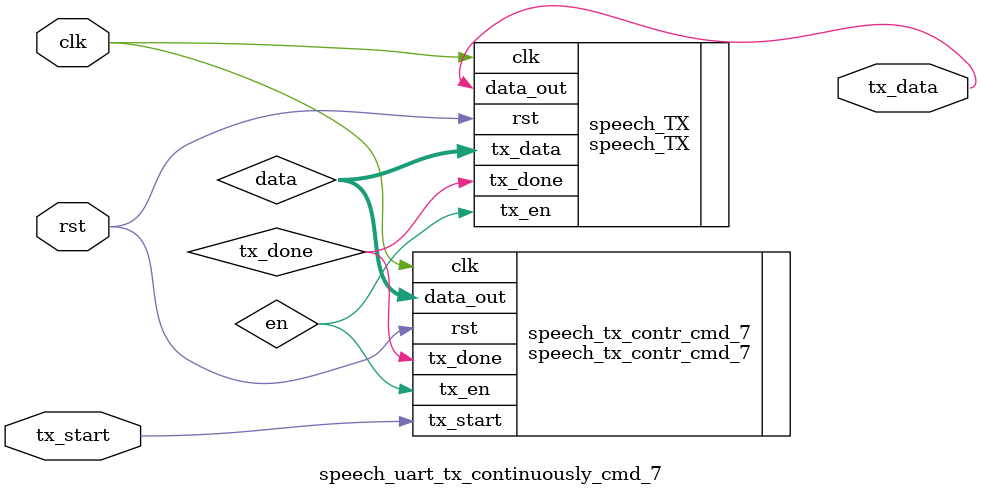
<source format=v>
`timescale 1ns / 1ps
module speech_uart_tx_continuously_cmd_7(
	input clk,
	input rst,
	input tx_start,
	output tx_data
    );
	
	wire [7:0] data;
	wire en;
	wire tx_done;

	
	
	speech_TX speech_TX(
    .clk(clk),
    .rst(rst),
    .tx_data(data),
    .tx_en(en),
	.tx_done(tx_done),
    .data_out(tx_data)
    );
	
	
	speech_tx_contr_cmd_7 speech_tx_contr_cmd_7(
	.clk(clk),
	.rst(rst),
	.tx_start(tx_start),
	.tx_done(tx_done),
	.tx_en(en),
	.data_out(data)
    );

endmodule

</source>
